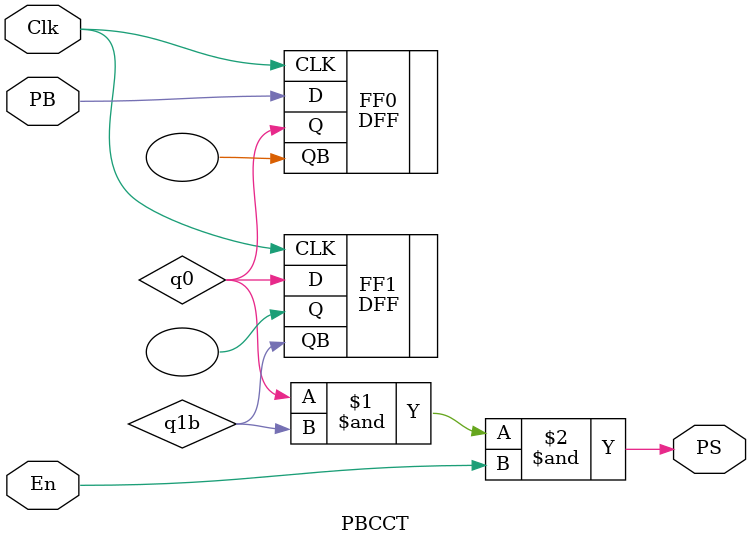
<source format=v>

module PBCCT(
    input Clk,
    input PB,
    input En,
    output PS
    );
	 
wire q0, q1b;

DFF FF0(.D(PB), .CLK(Clk), .Q(q0), .QB());
DFF FF1(.D(q0), .CLK(Clk), .Q(), .QB(q1b));

and A1(PS, q0, q1b, En);

endmodule

</source>
